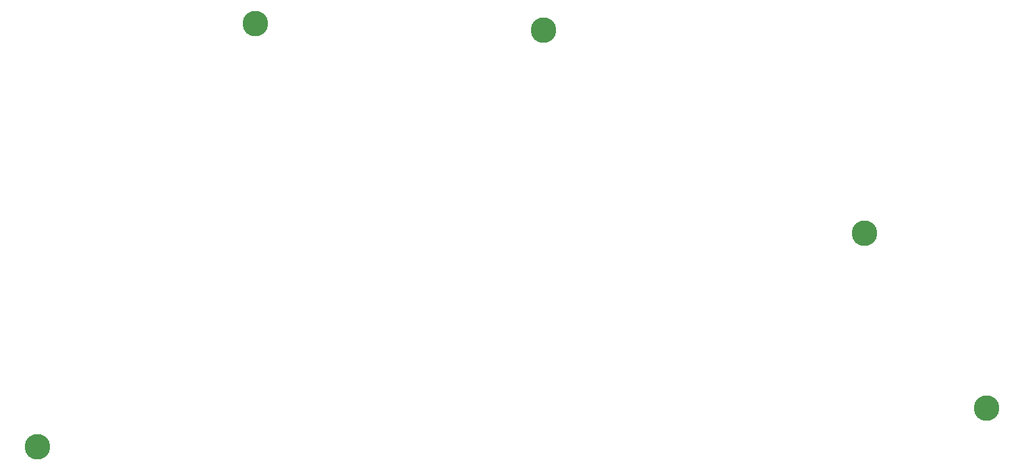
<source format=gbr>
G04 #@! TF.GenerationSoftware,KiCad,Pcbnew,5.99.0-unknown-4920692bcd~125~ubuntu20.04.1*
G04 #@! TF.CreationDate,2021-04-21T16:00:41+01:00*
G04 #@! TF.ProjectId,plate,706c6174-652e-46b6-9963-61645f706362,rev?*
G04 #@! TF.SameCoordinates,Original*
G04 #@! TF.FileFunction,Soldermask,Top*
G04 #@! TF.FilePolarity,Negative*
%FSLAX46Y46*%
G04 Gerber Fmt 4.6, Leading zero omitted, Abs format (unit mm)*
G04 Created by KiCad (PCBNEW 5.99.0-unknown-4920692bcd~125~ubuntu20.04.1) date 2021-04-21 16:00:41*
%MOMM*%
%LPD*%
G01*
G04 APERTURE LIST*
%ADD10C,3.302000*%
G04 APERTURE END LIST*
D10*
X93878000Y-82600800D03*
X131064000Y-83464400D03*
X172491000Y-109652000D03*
X65761000Y-137313000D03*
X188239000Y-132309000D03*
M02*

</source>
